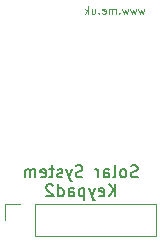
<source format=gbr>
%TF.GenerationSoftware,KiCad,Pcbnew,(6.0.2-0)*%
%TF.CreationDate,2022-03-10T12:53:32+00:00*%
%TF.ProjectId,Keypad2,4b657970-6164-4322-9e6b-696361645f70,5*%
%TF.SameCoordinates,Original*%
%TF.FileFunction,Legend,Bot*%
%TF.FilePolarity,Positive*%
%FSLAX46Y46*%
G04 Gerber Fmt 4.6, Leading zero omitted, Abs format (unit mm)*
G04 Created by KiCad (PCBNEW (6.0.2-0)) date 2022-03-10 12:53:32*
%MOMM*%
%LPD*%
G01*
G04 APERTURE LIST*
%ADD10C,0.150000*%
%ADD11C,0.100000*%
%ADD12C,0.120000*%
G04 APERTURE END LIST*
D10*
X172535714Y-114849761D02*
X172392857Y-114897380D01*
X172154761Y-114897380D01*
X172059523Y-114849761D01*
X172011904Y-114802142D01*
X171964285Y-114706904D01*
X171964285Y-114611666D01*
X172011904Y-114516428D01*
X172059523Y-114468809D01*
X172154761Y-114421190D01*
X172345238Y-114373571D01*
X172440476Y-114325952D01*
X172488095Y-114278333D01*
X172535714Y-114183095D01*
X172535714Y-114087857D01*
X172488095Y-113992619D01*
X172440476Y-113945000D01*
X172345238Y-113897380D01*
X172107142Y-113897380D01*
X171964285Y-113945000D01*
X171392857Y-114897380D02*
X171488095Y-114849761D01*
X171535714Y-114802142D01*
X171583333Y-114706904D01*
X171583333Y-114421190D01*
X171535714Y-114325952D01*
X171488095Y-114278333D01*
X171392857Y-114230714D01*
X171250000Y-114230714D01*
X171154761Y-114278333D01*
X171107142Y-114325952D01*
X171059523Y-114421190D01*
X171059523Y-114706904D01*
X171107142Y-114802142D01*
X171154761Y-114849761D01*
X171250000Y-114897380D01*
X171392857Y-114897380D01*
X170488095Y-114897380D02*
X170583333Y-114849761D01*
X170630952Y-114754523D01*
X170630952Y-113897380D01*
X169678571Y-114897380D02*
X169678571Y-114373571D01*
X169726190Y-114278333D01*
X169821428Y-114230714D01*
X170011904Y-114230714D01*
X170107142Y-114278333D01*
X169678571Y-114849761D02*
X169773809Y-114897380D01*
X170011904Y-114897380D01*
X170107142Y-114849761D01*
X170154761Y-114754523D01*
X170154761Y-114659285D01*
X170107142Y-114564047D01*
X170011904Y-114516428D01*
X169773809Y-114516428D01*
X169678571Y-114468809D01*
X169202380Y-114897380D02*
X169202380Y-114230714D01*
X169202380Y-114421190D02*
X169154761Y-114325952D01*
X169107142Y-114278333D01*
X169011904Y-114230714D01*
X168916666Y-114230714D01*
X167869047Y-114849761D02*
X167726190Y-114897380D01*
X167488095Y-114897380D01*
X167392857Y-114849761D01*
X167345238Y-114802142D01*
X167297619Y-114706904D01*
X167297619Y-114611666D01*
X167345238Y-114516428D01*
X167392857Y-114468809D01*
X167488095Y-114421190D01*
X167678571Y-114373571D01*
X167773809Y-114325952D01*
X167821428Y-114278333D01*
X167869047Y-114183095D01*
X167869047Y-114087857D01*
X167821428Y-113992619D01*
X167773809Y-113945000D01*
X167678571Y-113897380D01*
X167440476Y-113897380D01*
X167297619Y-113945000D01*
X166964285Y-114230714D02*
X166726190Y-114897380D01*
X166488095Y-114230714D02*
X166726190Y-114897380D01*
X166821428Y-115135476D01*
X166869047Y-115183095D01*
X166964285Y-115230714D01*
X166154761Y-114849761D02*
X166059523Y-114897380D01*
X165869047Y-114897380D01*
X165773809Y-114849761D01*
X165726190Y-114754523D01*
X165726190Y-114706904D01*
X165773809Y-114611666D01*
X165869047Y-114564047D01*
X166011904Y-114564047D01*
X166107142Y-114516428D01*
X166154761Y-114421190D01*
X166154761Y-114373571D01*
X166107142Y-114278333D01*
X166011904Y-114230714D01*
X165869047Y-114230714D01*
X165773809Y-114278333D01*
X165440476Y-114230714D02*
X165059523Y-114230714D01*
X165297619Y-113897380D02*
X165297619Y-114754523D01*
X165250000Y-114849761D01*
X165154761Y-114897380D01*
X165059523Y-114897380D01*
X164345238Y-114849761D02*
X164440476Y-114897380D01*
X164630952Y-114897380D01*
X164726190Y-114849761D01*
X164773809Y-114754523D01*
X164773809Y-114373571D01*
X164726190Y-114278333D01*
X164630952Y-114230714D01*
X164440476Y-114230714D01*
X164345238Y-114278333D01*
X164297619Y-114373571D01*
X164297619Y-114468809D01*
X164773809Y-114564047D01*
X163869047Y-114897380D02*
X163869047Y-114230714D01*
X163869047Y-114325952D02*
X163821428Y-114278333D01*
X163726190Y-114230714D01*
X163583333Y-114230714D01*
X163488095Y-114278333D01*
X163440476Y-114373571D01*
X163440476Y-114897380D01*
X163440476Y-114373571D02*
X163392857Y-114278333D01*
X163297619Y-114230714D01*
X163154761Y-114230714D01*
X163059523Y-114278333D01*
X163011904Y-114373571D01*
X163011904Y-114897380D01*
X170654761Y-116507380D02*
X170654761Y-115507380D01*
X170083333Y-116507380D02*
X170511904Y-115935952D01*
X170083333Y-115507380D02*
X170654761Y-116078809D01*
X169273809Y-116459761D02*
X169369047Y-116507380D01*
X169559523Y-116507380D01*
X169654761Y-116459761D01*
X169702380Y-116364523D01*
X169702380Y-115983571D01*
X169654761Y-115888333D01*
X169559523Y-115840714D01*
X169369047Y-115840714D01*
X169273809Y-115888333D01*
X169226190Y-115983571D01*
X169226190Y-116078809D01*
X169702380Y-116174047D01*
X168892857Y-115840714D02*
X168654761Y-116507380D01*
X168416666Y-115840714D02*
X168654761Y-116507380D01*
X168750000Y-116745476D01*
X168797619Y-116793095D01*
X168892857Y-116840714D01*
X168035714Y-115840714D02*
X168035714Y-116840714D01*
X168035714Y-115888333D02*
X167940476Y-115840714D01*
X167750000Y-115840714D01*
X167654761Y-115888333D01*
X167607142Y-115935952D01*
X167559523Y-116031190D01*
X167559523Y-116316904D01*
X167607142Y-116412142D01*
X167654761Y-116459761D01*
X167750000Y-116507380D01*
X167940476Y-116507380D01*
X168035714Y-116459761D01*
X166702380Y-116507380D02*
X166702380Y-115983571D01*
X166750000Y-115888333D01*
X166845238Y-115840714D01*
X167035714Y-115840714D01*
X167130952Y-115888333D01*
X166702380Y-116459761D02*
X166797619Y-116507380D01*
X167035714Y-116507380D01*
X167130952Y-116459761D01*
X167178571Y-116364523D01*
X167178571Y-116269285D01*
X167130952Y-116174047D01*
X167035714Y-116126428D01*
X166797619Y-116126428D01*
X166702380Y-116078809D01*
X165797619Y-116507380D02*
X165797619Y-115507380D01*
X165797619Y-116459761D02*
X165892857Y-116507380D01*
X166083333Y-116507380D01*
X166178571Y-116459761D01*
X166226190Y-116412142D01*
X166273809Y-116316904D01*
X166273809Y-116031190D01*
X166226190Y-115935952D01*
X166178571Y-115888333D01*
X166083333Y-115840714D01*
X165892857Y-115840714D01*
X165797619Y-115888333D01*
X165369047Y-115602619D02*
X165321428Y-115555000D01*
X165226190Y-115507380D01*
X164988095Y-115507380D01*
X164892857Y-115555000D01*
X164845238Y-115602619D01*
X164797619Y-115697857D01*
X164797619Y-115793095D01*
X164845238Y-115935952D01*
X165416666Y-116507380D01*
X164797619Y-116507380D01*
D11*
%TO.C,Logo1*%
X173087142Y-100610714D02*
X172963333Y-101044047D01*
X172839523Y-100734523D01*
X172715714Y-101044047D01*
X172591904Y-100610714D01*
X172406190Y-100610714D02*
X172282380Y-101044047D01*
X172158571Y-100734523D01*
X172034761Y-101044047D01*
X171910952Y-100610714D01*
X171725238Y-100610714D02*
X171601428Y-101044047D01*
X171477619Y-100734523D01*
X171353809Y-101044047D01*
X171230000Y-100610714D01*
X170982380Y-100982142D02*
X170951428Y-101013095D01*
X170982380Y-101044047D01*
X171013333Y-101013095D01*
X170982380Y-100982142D01*
X170982380Y-101044047D01*
X170672857Y-101044047D02*
X170672857Y-100610714D01*
X170672857Y-100672619D02*
X170641904Y-100641666D01*
X170580000Y-100610714D01*
X170487142Y-100610714D01*
X170425238Y-100641666D01*
X170394285Y-100703571D01*
X170394285Y-101044047D01*
X170394285Y-100703571D02*
X170363333Y-100641666D01*
X170301428Y-100610714D01*
X170208571Y-100610714D01*
X170146666Y-100641666D01*
X170115714Y-100703571D01*
X170115714Y-101044047D01*
X169558571Y-101013095D02*
X169620476Y-101044047D01*
X169744285Y-101044047D01*
X169806190Y-101013095D01*
X169837142Y-100951190D01*
X169837142Y-100703571D01*
X169806190Y-100641666D01*
X169744285Y-100610714D01*
X169620476Y-100610714D01*
X169558571Y-100641666D01*
X169527619Y-100703571D01*
X169527619Y-100765476D01*
X169837142Y-100827380D01*
X169249047Y-100982142D02*
X169218095Y-101013095D01*
X169249047Y-101044047D01*
X169280000Y-101013095D01*
X169249047Y-100982142D01*
X169249047Y-101044047D01*
X168660952Y-100610714D02*
X168660952Y-101044047D01*
X168939523Y-100610714D02*
X168939523Y-100951190D01*
X168908571Y-101013095D01*
X168846666Y-101044047D01*
X168753809Y-101044047D01*
X168691904Y-101013095D01*
X168660952Y-100982142D01*
X168351428Y-101044047D02*
X168351428Y-100394047D01*
X168289523Y-100796428D02*
X168103809Y-101044047D01*
X168103809Y-100610714D02*
X168351428Y-100858333D01*
D12*
%TO.C,J2*%
X163870000Y-119830000D02*
X174090000Y-119830000D01*
X162600000Y-117170000D02*
X161270000Y-117170000D01*
X161270000Y-117170000D02*
X161270000Y-118500000D01*
X163870000Y-117170000D02*
X163870000Y-119830000D01*
X163870000Y-117170000D02*
X174090000Y-117170000D01*
X174090000Y-117170000D02*
X174090000Y-119830000D01*
%TD*%
M02*

</source>
